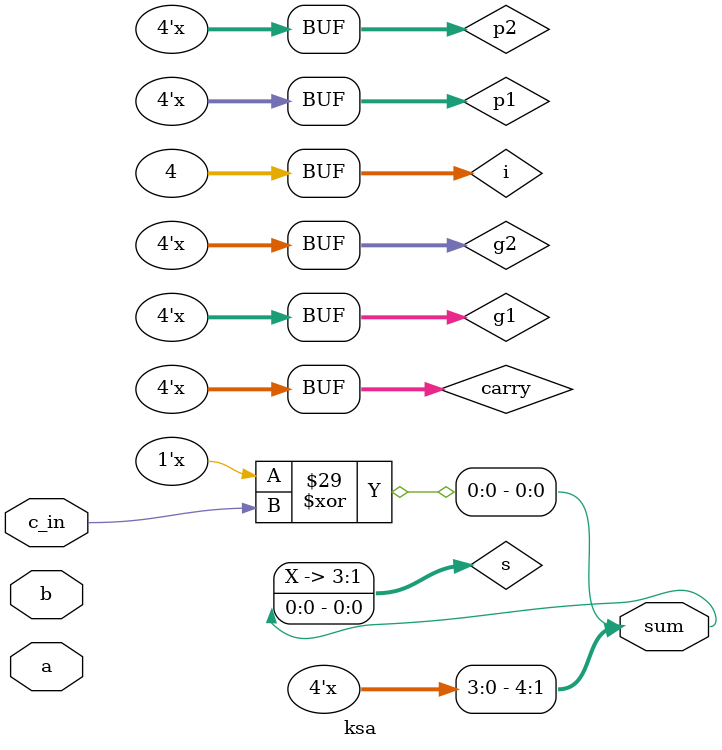
<source format=v>
module ksa #(parameter N=4)(input [N-1:0] a,b, input c_in, output [N:0] sum);
  reg [N-1:0] p,g,p1,g1,p2,g2,s;
  reg [N-1:0] carry;
  integer i;
   always @(*)
   begin
   
   
   for(i=0;i<N;i=i+1)
   	begin
   	  p[i] <= a[i] ^ b[i];
   	  g[i] <= a[i] & b[i];
   	end  
   
   for(i=0;i<N;i=i+1)
   	if (i == 0) 
   		begin
      		  p1[i] <= p[i];
    		  g1[i] <= g[i]; 
   		end
   	else 
   		begin
     		  p1[i] <= p[i] & p[i-1];
     		  g1[i] <= g[i] || (p[i] & g[i-1]);
   		end
   
   for(i=0;i<N;i=i+1)
   	if (i == 0 )
   		begin
     		  p2[i] <= p1[i];
     		  g2[i] <= g1[i]; 
   		end
   	else 
   	if (i == 1 )
   		begin
     		  p2[i] <= p1[i];
     		  g2[i] <= g1[i]; 
   		end
   	else
   		begin 
   		  p2[i] <= p1[i] & p1[i-2];
   		  g2[i] <= g1[i] || (p1[i] & g1[i-2]);
   		end
   
   for(i=0;i<N;i=i+1)
   	if (i == 0) 
   		begin
   		  s[i] <= p[i] ^ c_in;
   		  carry[i] <= g2[i];
   		end
   	else
   		begin
   		  s[i] <= p[i] ^ carry[i-1];
   		  carry[i] <= g2[i];
   		end
   end
   assign sum = {carry[N-1], s};
endmodule 
     

</source>
